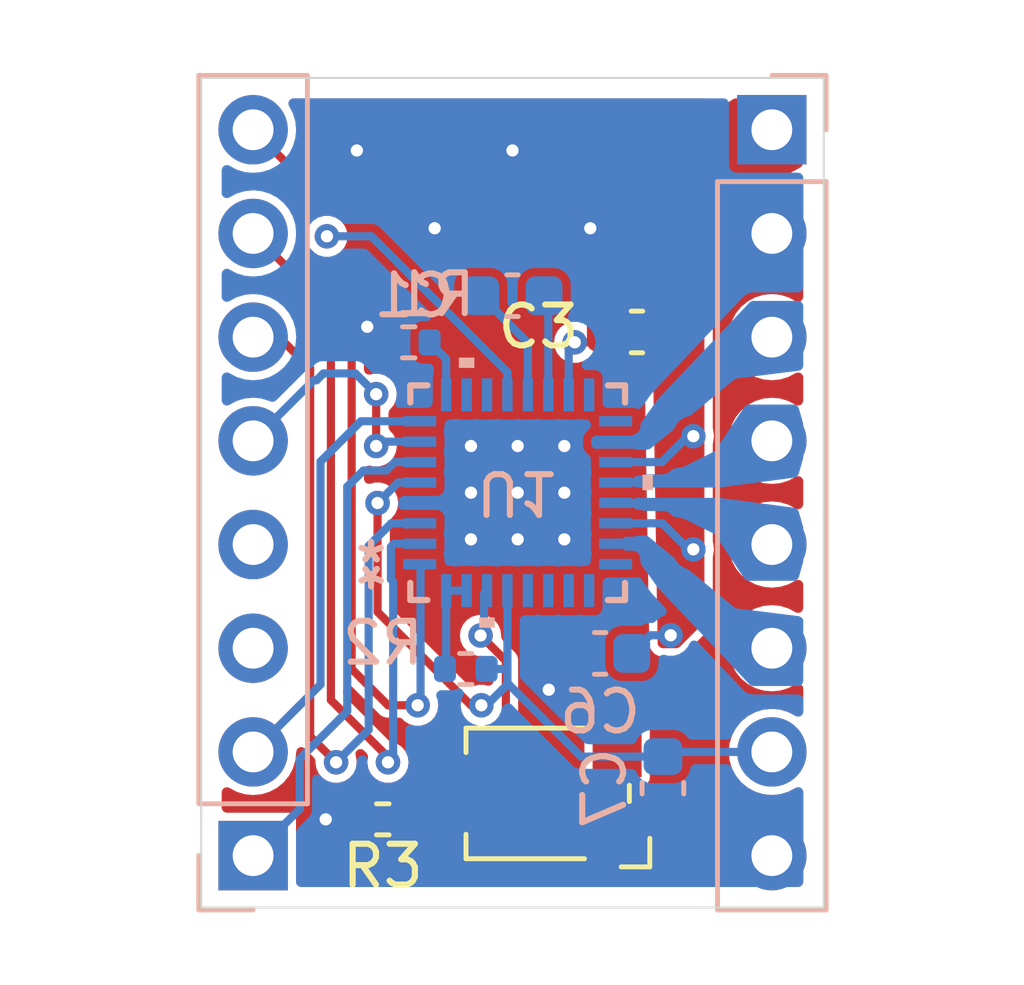
<source format=kicad_pcb>
(kicad_pcb (version 20240108) (generator "pcbnew") (generator_version "8.0")
  (layers (0 "F.Cu" signal) (1 "In1.Cu" signal) (2 "In2.Cu" signal) (31 "B.Cu" signal) (34 "B.Paste" user) (35 "F.Paste" user) (36 "B.SilkS" user "B.Silkscreen") (37 "F.SilkS" user "F.Silkscreen") (38 "B.Mask" user) (39 "F.Mask" user) (44 "Edge.Cuts" user))
  (net 0 "")
  (net 1 "Net-(50k1-Pad3)")
  (net 2 "Net-(U1-REF)")
  (net 3 "Net-(U1-CP1)")
  (net 4 "Net-(U1-CP2)")
  (net 5 "Net-(U1-VCP)")
  (net 6 "GND")
  (net 7 "MODE1")
  (net 8 "EN")
  (net 9 "SLEEP")
  (net 10 "DIR")
  (net 11 "STEP")
  (net 12 "MODE2")
  (net 13 "MODE0")
  (net 18 "M2")
  (net 22 "VDD")
  (net 23 "M3")
  (net 24 "VMOT")
  (net 25 "M1")
  (net 27 "M4")
  (net 29 "hfs_select")
  (net 30 "Net-(U1-DECAY1)")
  (footprint "Potentiometer_SMD:Potentiometer_Bourns_TC33X_Vertical" (layer "F.Cu") (at 145.542 104.648 180)
    (property "Reference" "50k1" (hide yes))
    (property "Value" "rot_pot")
    (fp_line (start 1.9 1.6) (end 1.9 1) (stroke (width 0.12)) (layer "F.SilkS"))
    (fp_line (start 1.9 -1.6) (end 1.9 -1) (stroke (width 0.12)) (layer "F.SilkS"))
    (fp_line (start -1 1.6) (end 1.9 1.6) (stroke (width 0.12)) (layer "F.SilkS"))
    (fp_line (start -1 -1.6) (end 1.9 -1.6) (stroke (width 0.12)) (layer "F.SilkS"))
    (fp_line (start -1.9 -1.8) (end -2.6 -1.8) (stroke (width 0.12)) (layer "F.SilkS"))
    (fp_line (start -2.1 -0.2) (end -2.1 0.2) (stroke (width 0.12)) (layer "F.SilkS"))
    (fp_line (start -2.6 -1.8) (end -2.6 -1.1) (stroke (width 0.12)) (layer "F.SilkS"))
    (pad "1" smd rect (at -1.8 -1 180) (size 1.2 1.2) (layers "F.Cu" "F.Paste" "F.Mask") (net 22 "VDD"))
    (pad "2" smd rect (at 1.45 0 180) (size 1.5 1.6) (layers "F.Cu" "F.Paste" "F.Mask") (net 2 "Net-(U1-REF)"))
    (pad "3" smd rect (at -1.8 1 180) (size 1.2 1.2) (layers "F.Cu" "F.Paste" "F.Mask") (net 1 "Net-(50k1-Pad3)"))
  )
  (footprint "Resistor_SMD:R_0402_1005Metric" (layer "F.Cu") (at 141.605 105.283 180)
    (property "Reference" "R3" (at 0 -1.143 180) (layer "F.SilkS"))
    (property "Value" "12k")
    (fp_line (start -0.153641 0.38) (end 0.153641 0.38) (stroke (width 0.12)) (layer "F.SilkS"))
    (fp_line (start -0.153641 -0.38) (end 0.153641 -0.38) (stroke (width 0.12)) (layer "F.SilkS"))
    (pad "1" smd roundrect (at -0.51 0 180) (size 0.54 0.64) (layers "F.Cu" "F.Paste" "F.Mask") (net 1 "Net-(50k1-Pad3)"))
    (pad "2" smd roundrect (at 0.51 0 180) (size 0.54 0.64) (layers "F.Cu" "F.Paste" "F.Mask") (net 6 "GND"))
  )
  (footprint "Capacitor_SMD:C_0603_1608Metric" (layer "F.Cu") (at 147.828 93.345)
    (property "Reference" "C3" (at -2.413 -0.127 360) (layer "F.SilkS"))
    (property "Value" "1uf")
    (fp_line (start -0.14058 -0.51) (end 0.14058 -0.51) (stroke (width 0.12)) (layer "F.SilkS"))
    (fp_line (start -0.14058 0.51) (end 0.14058 0.51) (stroke (width 0.12)) (layer "F.SilkS"))
    (pad "1" smd roundrect (at -0.775 0) (size 0.9 0.95) (layers "F.Cu" "F.Paste" "F.Mask") (net 5 "Net-(U1-VCP)"))
    (pad "2" smd roundrect (at 0.775 0) (size 0.9 0.95) (layers "F.Cu" "F.Paste" "F.Mask") (net 24 "VMOT"))
  )
  (footprint "Resistor_SMD:R_0402_1005Metric" (layer "B.Cu") (at 142.24 93.599 180)
    (property "Reference" "R1" (at -0.635 1.17 180) (layer "B.SilkS") (effects (justify mirror)))
    (property "Value" "10k")
    (fp_line (start 0.153641 0.38) (end -0.153641 0.38) (stroke (width 0.12)) (layer "B.SilkS"))
    (fp_line (start 0.153641 -0.38) (end -0.153641 -0.38) (stroke (width 0.12)) (layer "B.SilkS"))
    (pad "1" smd roundrect (at -0.51 0 180) (size 0.54 0.64) (layers "B.Cu" "B.Paste" "B.Mask") (net 29 "hfs_select"))
    (pad "2" smd roundrect (at 0.51 0 180) (size 0.54 0.64) (layers "B.Cu" "B.Paste" "B.Mask") (net 6 "GND"))
  )
  (footprint "Connector_PinHeader_2.54mm:PinHeader_1x08_P2.54mm_Vertical" (layer "B.Cu") (at 151.13 88.392 180)
    (property "Reference" "J2" (hide yes))
    (property "Value" "Conn_01x08_pin")
    (fp_line (start 1.33 -1.27) (end -1.33 -1.27) (stroke (width 0.12)) (layer "B.SilkS"))
    (fp_line (start 1.33 -19.11) (end 1.33 -1.27) (stroke (width 0.12)) (layer "B.SilkS"))
    (fp_line (start 1.33 -19.11) (end -1.33 -19.11) (stroke (width 0.12)) (layer "B.SilkS"))
    (fp_line (start 0 1.33) (end -1.33 1.33) (stroke (width 0.12)) (layer "B.SilkS"))
    (fp_line (start -1.33 1.33) (end -1.33 0) (stroke (width 0.12)) (layer "B.SilkS"))
    (fp_line (start -1.33 -19.11) (end -1.33 -1.27) (stroke (width 0.12)) (layer "B.SilkS"))
    (pad "1" thru_hole rect (at 0 0 180) (size 1.7 1.7) (drill 1) (layers "*.Cu" "*.Mask") (net 24 "VMOT"))
    (pad "2" thru_hole oval (at 0 -2.54 180) (size 1.7 1.7) (drill 1) (layers "*.Cu" "*.Mask") (net 6 "GND"))
    (pad "3" thru_hole oval (at 0 -5.08 180) (size 1.7 1.7) (drill 1) (layers "*.Cu" "*.Mask") (net 18 "M2"))
    (pad "4" thru_hole oval (at 0 -7.62 180) (size 1.7 1.7) (drill 1) (layers "*.Cu" "*.Mask") (net 25 "M1"))
    (pad "5" thru_hole oval (at 0 -10.16 180) (size 1.7 1.7) (drill 1) (layers "*.Cu" "*.Mask") (net 23 "M3"))
    (pad "6" thru_hole oval (at 0 -12.7 180) (size 1.7 1.7) (drill 1) (layers "*.Cu" "*.Mask") (net 27 "M4"))
    (pad "7" thru_hole oval (at 0 -15.24 180) (size 1.7 1.7) (drill 1) (layers "*.Cu" "*.Mask") (net 22 "VDD"))
    (pad "8" thru_hole oval (at 0 -17.78 180) (size 1.7 1.7) (drill 1) (layers "*.Cu" "*.Mask") (net 6 "GND"))
  )
  (footprint "max22210ATJ:21-0140_T3255-8C_ADI" (layer "B.Cu") (at 144.907 97.282)
    (property "Reference" "U1" (at 0 0 180) (layer "B.SilkS") (effects (justify mirror)))
    (property "Value" "MAX22210ATJ+")
    (fp_line (start -2.6289 -2.6289) (end -2.6289 -2.210139) (stroke (width 0.1524)) (layer "B.SilkS"))
    (fp_line (start -2.6289 2.210139) (end -2.6289 2.6289) (stroke (width 0.1524)) (layer "B.SilkS"))
    (fp_line (start -2.6289 2.6289) (end -2.210139 2.6289) (stroke (width 0.1524)) (layer "B.SilkS"))
    (fp_line (start -2.210139 -2.6289) (end -2.6289 -2.6289) (stroke (width 0.1524)) (layer "B.SilkS"))
    (fp_line (start 2.210139 2.6289) (end 2.6289 2.6289) (stroke (width 0.1524)) (layer "B.SilkS"))
    (fp_line (start 2.6289 -2.6289) (end 2.210139 -2.6289) (stroke (width 0.1524)) (layer "B.SilkS"))
    (fp_line (start 2.6289 -2.210139) (end 2.6289 -2.6289) (stroke (width 0.1524)) (layer "B.SilkS"))
    (fp_line (start 2.6289 2.6289) (end 2.6289 2.210139) (stroke (width 0.1524)) (layer "B.SilkS"))
    (fp_poly (pts (xy -1.4405 -3.055899) (xy -1.4405 -3.309899) (xy -1.0595 -3.309899) (xy -1.0595 -3.055899)) (fill solid) (layer "B.SilkS"))
    (fp_poly (pts (xy -0.940501 3.055899) (xy -0.940501 3.309899) (xy -0.559501 3.309899) (xy -0.559501 3.055899)) (fill solid) (layer "B.SilkS"))
    (fp_poly (pts (xy 3.309899 -0.059499) (xy 3.309899 -0.4405) (xy 3.055899 -0.4405) (xy 3.055899 -0.059499)) (fill solid) (layer "B.SilkS"))
    (fp_text user "*" (at -3.5893 1.75 180) (layer "B.SilkS") (effects (justify mirror)))
    (fp_text user "*" (at -3.5893 1.75 360) (layer "B.SilkS") (effects (justify mirror)))
    (pad "1" smd rect (at -2.3979 1.749999 270) (size 0.2548 0.807999) (layers "B.Cu" "B.Paste" "B.Mask") (net 8 "EN"))
    (pad "2" smd rect (at -2.3979 1.25 270) (size 0.2548 0.807999) (layers "B.Cu" "B.Paste" "B.Mask") (net 13 "MODE0"))
    (pad "3" smd rect (at -2.3979 0.750001 270) (size 0.2548 0.807999) (layers "B.Cu" "B.Paste" "B.Mask") (net 7 "MODE1"))
    (pad "4" smd rect (at -2.3979 0.25 270) (size 0.2548 0.807999) (layers "B.Cu" "B.Paste" "B.Mask") (net 6 "GND"))
    (pad "5" smd rect (at -2.3979 -0.25 270) (size 0.2548 0.807999) (layers "B.Cu" "B.Paste" "B.Mask") (net 22 "VDD"))
    (pad "6" smd rect (at -2.3979 -0.750001 270) (size 0.2548 0.807999) (layers "B.Cu" "B.Paste" "B.Mask") (net 10 "DIR"))
    (pad "7" smd rect (at -2.3979 -1.25 270) (size 0.2548 0.807999) (layers "B.Cu" "B.Paste" "B.Mask") (net 12 "MODE2"))
    (pad "8" smd rect (at -2.3979 -1.749999 270) (size 0.2548 0.807999) (layers "B.Cu" "B.Paste" "B.Mask") (net 11 "STEP"))
    (pad "9" smd rect (at -1.749999 -2.3979) (size 0.2548 0.807999) (layers "B.Cu" "B.Paste" "B.Mask") (net 29 "hfs_select"))
    (pad "10" smd rect (at -1.25 -2.3979) (size 0.2548 0.807999) (layers "B.Cu" "B.Paste" "B.Mask"))
    (pad "11" smd rect (at -0.750001 -2.3979) (size 0.2548 0.807999) (layers "B.Cu" "B.Paste" "B.Mask"))
    (pad "12" smd rect (at -0.25 -2.3979) (size 0.2548 0.807999) (layers "B.Cu" "B.Paste" "B.Mask") (net 9 "SLEEP"))
    (pad "13" smd rect (at 0.25 -2.3979) (size 0.2548 0.807999) (layers "B.Cu" "B.Paste" "B.Mask") (net 4 "Net-(U1-CP2)"))
    (pad "14" smd rect (at 0.750001 -2.3979) (size 0.2548 0.807999) (layers "B.Cu" "B.Paste" "B.Mask") (net 3 "Net-(U1-CP1)"))
    (pad "15" smd rect (at 1.25 -2.3979) (size 0.2548 0.807999) (layers "B.Cu" "B.Paste" "B.Mask") (net 5 "Net-(U1-VCP)"))
    (pad "16" smd rect (at 1.749999 -2.3979) (size 0.2548 0.807999) (layers "B.Cu" "B.Paste" "B.Mask"))
    (pad "17" smd rect (at 2.3979 -1.749999 270) (size 0.2548 0.807999) (layers "B.Cu" "B.Paste" "B.Mask"))
    (pad "18" smd rect (at 2.3979 -1.25 270) (size 0.2548 0.807999) (layers "B.Cu" "B.Paste" "B.Mask") (net 18 "M2"))
    (pad "19" smd rect (at 2.3979 -0.750001 270) (size 0.2548 0.807999) (layers "B.Cu" "B.Paste" "B.Mask") (net 24 "VMOT"))
    (pad "20" smd rect (at 2.3979 -0.25 270) (size 0.2548 0.807999) (layers "B.Cu" "B.Paste" "B.Mask") (net 25 "M1"))
    (pad "21" smd rect (at 2.3979 0.25 270) (size 0.2548 0.807999) (layers "B.Cu" "B.Paste" "B.Mask") (net 23 "M3"))
    (pad "22" smd rect (at 2.3979 0.750001 270) (size 0.2548 0.807999) (layers "B.Cu" "B.Paste" "B.Mask") (net 24 "VMOT"))
    (pad "23" smd rect (at 2.3979 1.25 270) (size 0.2548 0.807999) (layers "B.Cu" "B.Paste" "B.Mask") (net 27 "M4"))
    (pad "24" smd rect (at 2.3979 1.749999 270) (size 0.2548 0.807999) (layers "B.Cu" "B.Paste" "B.Mask"))
    (pad "25" smd rect (at 1.749999 2.3979) (size 0.2548 0.807999) (layers "B.Cu" "B.Paste" "B.Mask"))
    (pad "26" smd rect (at 1.25 2.3979) (size 0.2548 0.807999) (layers "B.Cu" "B.Paste" "B.Mask"))
    (pad "27" smd rect (at 0.750001 2.3979) (size 0.2548 0.807999) (layers "B.Cu" "B.Paste" "B.Mask"))
    (pad "28" smd rect (at 0.25 2.3979) (size 0.2548 0.807999) (layers "B.Cu" "B.Paste" "B.Mask"))
    (pad "29" smd rect (at -0.25 2.3979) (size 0.2548 0.807999) (layers "B.Cu" "B.Paste" "B.Mask") (net 22 "VDD"))
    (pad "30" smd rect (at -0.750001 2.3979) (size 0.2548 0.807999) (layers "B.Cu" "B.Paste" "B.Mask") (net 2 "Net-(U1-REF)"))
    (pad "31" smd rect (at -1.25 2.3979) (size 0.2548 0.807999) (layers "B.Cu" "B.Paste" "B.Mask") (net 30 "Net-(U1-DECAY1)"))
    (pad "32" smd rect (at -1.749999 2.3979) (size 0.2548 0.807999) (layers "B.Cu" "B.Paste" "B.Mask") (net 30 "Net-(U1-DECAY1)"))
    (pad "33" smd rect (at 0 0) (size 3.2004 3.2004) (layers "B.Cu" "B.Paste" "B.Mask") (net 6 "GND"))
  )
  (footprint "Resistor_SMD:R_0402_1005Metric" (layer "B.Cu") (at 143.637 101.6 180)
    (property "Reference" "R2" (at 2.03 0.635 180) (layer "B.SilkS") (effects (justify mirror)))
    (property "Value" "10k")
    (fp_line (start 0.153641 0.38) (end -0.153641 0.38) (stroke (width 0.12)) (layer "B.SilkS"))
    (fp_line (start 0.153641 -0.38) (end -0.153641 -0.38) (stroke (width 0.12)) (layer "B.SilkS"))
    (pad "1" smd roundrect (at -0.51 0 180) (size 0.54 0.64) (layers "B.Cu" "B.Paste" "B.Mask") (net 22 "VDD"))
    (pad "2" smd roundrect (at 0.51 0 180) (size 0.54 0.64) (layers "B.Cu" "B.Paste" "B.Mask") (net 30 "Net-(U1-DECAY1)"))
  )
  (footprint "Capacitor_SMD:C_0603_1608Metric" (layer "B.Cu") (at 144.78 92.456)
    (property "Reference" "C1" (at -2.4 0 360) (layer "B.SilkS") (effects (justify mirror)))
    (property "Value" "22nF")
    (fp_line (start 0.14058 -0.51) (end -0.14058 -0.51) (stroke (width 0.12)) (layer "B.SilkS"))
    (fp_line (start 0.14058 0.51) (end -0.14058 0.51) (stroke (width 0.12)) (layer "B.SilkS"))
    (pad "1" smd roundrect (at -0.775 0) (size 0.9 0.95) (layers "B.Cu" "B.Paste" "B.Mask") (net 4 "Net-(U1-CP2)"))
    (pad "2" smd roundrect (at 0.775 0) (size 0.9 0.95) (layers "B.Cu" "B.Paste" "B.Mask") (net 3 "Net-(U1-CP1)"))
  )
  (footprint "Connector_PinHeader_2.54mm:PinHeader_1x08_P2.54mm_Vertical" (layer "B.Cu") (at 138.43 106.172)
    (property "Reference" "J1" (hide yes))
    (property "Value" "Conn_01x08_pin")
    (fp_line (start -1.33 -19.11) (end -1.33 -1.27) (stroke (width 0.12)) (layer "B.SilkS"))
    (fp_line (start -1.33 1.33) (end -1.33 0) (stroke (width 0.12)) (layer "B.SilkS"))
    (fp_line (start 0 1.33) (end -1.33 1.33) (stroke (width 0.12)) (layer "B.SilkS"))
    (fp_line (start 1.33 -19.11) (end -1.33 -19.11) (stroke (width 0.12)) (layer "B.SilkS"))
    (fp_line (start 1.33 -19.11) (end 1.33 -1.27) (stroke (width 0.12)) (layer "B.SilkS"))
    (fp_line (start 1.33 -1.27) (end -1.33 -1.27) (stroke (width 0.12)) (layer "B.SilkS"))
    (pad "1" thru_hole rect (at 0 0) (size 1.7 1.7) (drill 1) (layers "*.Cu" "*.Mask") (net 10 "DIR"))
    (pad "2" thru_hole oval (at 0 -2.54) (size 1.7 1.7) (drill 1) (layers "*.Cu" "*.Mask") (net 11 "STEP"))
    (pad "3" thru_hole oval (at 0 -5.08) (size 1.7 1.7) (drill 1) (layers "*.Cu" "*.Mask") (net 9 "SLEEP"))
    (pad "4" thru_hole oval (at 0 -7.62) (size 1.7 1.7) (drill 1) (layers "*.Cu" "*.Mask") (net 9 "SLEEP"))
    (pad "5" thru_hole oval (at 0 -10.16) (size 1.7 1.7) (drill 1) (layers "*.Cu" "*.Mask") (net 12 "MODE2"))
    (pad "6" thru_hole oval (at 0 -12.7) (size 1.7 1.7) (drill 1) (layers "*.Cu" "*.Mask") (net 7 "MODE1"))
    (pad "7" thru_hole oval (at 0 -15.24) (size 1.7 1.7) (drill 1) (layers "*.Cu" "*.Mask") (net 13 "MODE0"))
    (pad "8" thru_hole oval (at 0 -17.78) (size 1.7 1.7) (drill 1) (layers "*.Cu" "*.Mask") (net 8 "EN"))
  )
  (footprint "Capacitor_SMD:C_0603_1608Metric" (layer "B.Cu") (at 146.926 101.219)
    (property "Reference" "C6" (at 0 1.43 360) (layer "B.SilkS") (effects (justify mirror)))
    (property "Value" "1uF")
    (fp_line (start 0.14058 -0.51) (end -0.14058 -0.51) (stroke (width 0.12)) (layer "B.SilkS"))
    (fp_line (start 0.14058 0.51) (end -0.14058 0.51) (stroke (width 0.12)) (layer "B.SilkS"))
    (pad "1" smd roundrect (at -0.775 0) (size 0.9 0.95) (layers "B.Cu" "B.Paste" "B.Mask") (net 6 "GND"))
    (pad "2" smd roundrect (at 0.775 0) (size 0.9 0.95) (layers "B.Cu" "B.Paste" "B.Mask") (net 24 "VMOT"))
  )
  (footprint "Capacitor_SMD:C_0603_1608Metric" (layer "B.Cu") (at 148.463 104.521 -90)
    (property "Reference" "C7" (at 0 1.43 90) (layer "B.SilkS") (effects (justify mirror)))
    (property "Value" "1uf")
    (fp_line (start 0.14058 0.51) (end -0.14058 0.51) (stroke (width 0.12)) (layer "B.SilkS"))
    (fp_line (start 0.14058 -0.51) (end -0.14058 -0.51) (stroke (width 0.12)) (layer "B.SilkS"))
    (pad "1" smd roundrect (at -0.775 0 270) (size 0.9 0.95) (layers "B.Cu" "B.Paste" "B.Mask") (net 22 "VDD"))
    (pad "2" smd roundrect (at 0.775 0 270) (size 0.9 0.95) (layers "B.Cu" "B.Paste" "B.Mask") (net 6 "GND"))
  )
  (gr_rect (start 137.16 87.122) (end 152.4 107.442) (stroke (width 0.05)) (fill none) (layer "Edge.Cuts"))
  (segment (start 145.242 105.748) (end 147.342 103.648) (width 0.2) (layer "F.Cu") (net 1))
  (segment (start 142.58 105.748) (end 145.242 105.748) (width 0.2) (layer "F.Cu") (net 1))
  (segment (start 142.115 105.283) (end 142.58 105.748) (width 0.2) (layer "F.Cu") (net 1))
  (segment (start 144.618 101.399342) (end 144.618 104.122) (width 0.2) (layer "F.Cu") (net 2))
  (segment (start 143.998659 100.780001) (end 144.618 101.399342) (width 0.2) (layer "F.Cu") (net 2))
  (segment (start 144.618 104.122) (end 144.092 104.648) (width 0.2) (layer "F.Cu") (net 2))
  (via (at 143.998659 100.780001) (size 0.6) (drill 0.3) (layers "F.Cu" "B.Cu") (net 2))
  (segment (start 143.998659 100.780001) (end 144.0844 100.69426) (width 0.2) (layer "B.Cu") (net 2))
  (segment (start 144.0844 100.69426) (end 144.0844 99.752499) (width 0.2) (layer "B.Cu") (net 2))
  (segment (start 144.0844 99.752499) (end 144.156999 99.6799) (width 0.2) (layer "B.Cu") (net 2))
  (segment (start 145.657001 92.558001) (end 145.657001 94.8841) (width 0.2) (layer "B.Cu") (net 3))
  (segment (start 145.555 92.456) (end 145.657001 92.558001) (width 0.2) (layer "B.Cu") (net 3))
  (segment (start 145.157 93.608) (end 144.005 92.456) (width 0.2) (layer "B.Cu") (net 4))
  (segment (start 144.005 92.456) (end 143.992 92.469) (width 0.2) (layer "B.Cu") (net 4))
  (segment (start 145.157 94.8841) (end 145.157 93.608) (width 0.2) (layer "B.Cu") (net 4))
  (segment (start 146.304 93.599) (end 146.799 93.599) (width 0.2) (layer "F.Cu") (net 5))
  (segment (start 146.799 93.599) (end 147.053 93.345) (width 0.2) (layer "F.Cu") (net 5))
  (via (at 146.304 93.599) (size 0.6) (drill 0.3) (layers "F.Cu" "B.Cu") (net 5))
  (segment (start 146.157 93.746) (end 146.157 94.8841) (width 0.2) (layer "B.Cu") (net 5))
  (segment (start 146.304 93.599) (end 146.157 93.746) (width 0.2) (layer "B.Cu") (net 5))
  (segment (start 141.095 105.283) (end 140.208 105.283) (width 0.2) (layer "F.Cu") (net 6))
  (via (at 145.669 102.108) (size 0.6) (drill 0.3) (layers "F.Cu" "B.Cu") (net 6))
  (via (at 146.05 96.139) (size 0.6) (drill 0.3) (layers "F.Cu" "B.Cu") (net 6))
  (via (at 146.685 90.805) (size 0.6) (drill 0.3) (layers "F.Cu" "B.Cu") (net 6))
  (via (at 144.78 88.9) (size 0.6) (drill 0.3) (layers "F.Cu" "B.Cu") (net 6))
  (via (at 143.764 97.282) (size 0.6) (drill 0.3) (layers "F.Cu" "B.Cu") (net 6))
  (via (at 143.764 96.139) (size 0.6) (drill 0.3) (layers "F.Cu" "B.Cu") (net 6))
  (via (at 146.05 98.425) (size 0.6) (drill 0.3) (layers "F.Cu" "B.Cu") (net 6))
  (via (at 140.97 88.9) (size 0.6) (drill 0.3) (layers "F.Cu" "B.Cu") (net 6))
  (via (at 146.05 97.282) (size 0.6) (drill 0.3) (layers "F.Cu" "B.Cu") (net 6))
  (via (at 143.764 98.425) (size 0.6) (drill 0.3) (layers "F.Cu" "B.Cu") (net 6))
  (via (at 142.875 90.805) (size 0.6) (drill 0.3) (layers "F.Cu" "B.Cu") (net 6))
  (via (at 144.907 96.139) (size 0.6) (drill 0.3) (layers "F.Cu" "B.Cu") (net 6))
  (via (at 141.224 93.218) (size 0.6) (drill 0.3) (layers "F.Cu" "B.Cu") (net 6))
  (via (at 140.208 105.283) (size 0.6) (drill 0.3) (layers "F.Cu" "B.Cu") (net 6))
  (via (at 144.907 98.425) (size 0.6) (drill 0.3) (layers "F.Cu" "B.Cu") (net 6))
  (via (at 144.907 97.282) (size 0.6) (drill 0.3) (layers "F.Cu" "B.Cu") (net 6))
  (segment (start 145.669 102.108) (end 146.151 101.626) (width 0.2) (layer "B.Cu") (net 6))
  (segment (start 141.224 93.218) (end 141.349 93.218) (width 0.2) (layer "B.Cu") (net 6))
  (segment (start 142.5091 97.532) (end 143.514 97.532) (width 0.2) (layer "B.Cu") (net 6))
  (segment (start 146.151 101.626) (end 146.151 101.219) (width 0.2) (layer "B.Cu") (net 6))
  (segment (start 141.349 93.218) (end 141.73 93.599) (width 0.2) (layer "B.Cu") (net 6))
  (segment (start 143.514 97.532) (end 143.764 97.282) (width 0.2) (layer "B.Cu") (net 6))
  (segment (start 140.462 103.886) (end 139.827 103.251) (width 0.2) (layer "F.Cu") (net 7))
  (segment (start 139.827 103.251) (end 139.827 94.234) (width 0.2) (layer "F.Cu") (net 7))
  (segment (start 139.065 93.472) (end 138.43 93.472) (width 0.2) (layer "F.Cu") (net 7))
  (segment (start 139.827 94.234) (end 139.065 93.472) (width 0.2) (layer "F.Cu") (net 7))
  (via (at 140.462 103.886) (size 0.6) (drill 0.3) (layers "F.Cu" "B.Cu") (net 7))
  (segment (start 141.812013 98.032001) (end 142.5091 98.032001) (width 0.2) (layer "B.Cu") (net 7))
  (segment (start 141.259 98.585014) (end 141.812013 98.032001) (width 0.2) (layer "B.Cu") (net 7))
  (segment (start 141.259 103.089) (end 141.259 98.585014) (width 0.2) (layer "B.Cu") (net 7))
  (segment (start 140.462 103.886) (end 141.259 103.089) (width 0.2) (layer "B.Cu") (net 7))
  (segment (start 142.459 102.489) (end 141.732 102.489) (width 0.2) (layer "F.Cu") (net 8))
  (segment (start 139.58 89.542) (end 138.43 88.392) (width 0.2) (layer "F.Cu") (net 8))
  (segment (start 140.843 93.853) (end 140.208 93.218) (width 0.2) (layer "F.Cu") (net 8))
  (segment (start 141.732 102.489) (end 140.843 101.6) (width 0.2) (layer "F.Cu") (net 8))
  (segment (start 140.843 101.6) (end 140.843 93.853) (width 0.2) (layer "F.Cu") (net 8))
  (segment (start 140.208 91.821) (end 139.58 91.193) (width 0.2) (layer "F.Cu") (net 8))
  (segment (start 139.58 91.193) (end 139.58 89.542) (width 0.2) (layer "F.Cu") (net 8))
  (segment (start 140.208 93.218) (end 140.208 91.821) (width 0.2) (layer "F.Cu") (net 8))
  (via (at 142.459 102.489) (size 0.6) (drill 0.3) (layers "F.Cu" "B.Cu") (net 8))
  (segment (start 142.459 102.489) (end 142.529599 102.418401) (width 0.2) (layer "B.Cu") (net 8))
  (segment (start 142.529599 102.418401) (end 142.529599 99.052498) (width 0.2) (layer "B.Cu") (net 8))
  (segment (start 142.529599 99.052498) (end 142.5091 99.031999) (width 0.2) (layer "B.Cu") (net 8))
  (via (at 140.237265 91.001735) (size 0.6) (drill 0.3) (layers "F.Cu" "B.Cu") (net 9))
  (segment (start 144.657 94.331696) (end 144.657 94.8841) (width 0.2) (layer "B.Cu") (net 9))
  (segment (start 141.327039 91.001735) (end 144.657 94.331696) (width 0.2) (layer "B.Cu") (net 9))
  (segment (start 140.237265 91.001735) (end 141.327039 91.001735) (width 0.2) (layer "B.Cu") (net 9))
  (segment (start 142.5091 96.531999) (end 141.89853 96.531999) (width 0.2) (layer "B.Cu") (net 10))
  (segment (start 141.691529 96.739) (end 141.132 96.739) (width 0.2) (layer "B.Cu") (net 10))
  (segment (start 141.89853 96.531999) (end 141.691529 96.739) (width 0.2) (layer "B.Cu") (net 10))
  (segment (start 139.573 105.029) (end 138.43 106.172) (width 0.2) (layer "B.Cu") (net 10))
  (segment (start 139.573 103.799471) (end 139.573 105.029) (width 0.2) (layer "B.Cu") (net 10))
  (segment (start 141.132 96.739) (end 140.735 97.136) (width 0.2) (layer "B.Cu") (net 10))
  (segment (start 140.735 102.637471) (end 139.573 103.799471) (width 0.2) (layer "B.Cu") (net 10))
  (segment (start 140.735 97.136) (end 140.735 102.637471) (width 0.2) (layer "B.Cu") (net 10))
  (segment (start 140.081 101.981) (end 140.081 96.52) (width 0.2) (layer "B.Cu") (net 11))
  (segment (start 140.081 96.52) (end 141.068999 95.532001) (width 0.2) (layer "B.Cu") (net 11))
  (segment (start 141.068999 95.532001) (end 142.5091 95.532001) (width 0.2) (layer "B.Cu") (net 11))
  (segment (start 138.43 103.632) (end 140.081 101.981) (width 0.2) (layer "B.Cu") (net 11))
  (segment (start 141.443 96.139) (end 141.443 94.869) (width 0.2) (layer "F.Cu") (net 12))
  (via (at 141.443 96.139) (size 0.6) (drill 0.3) (layers "F.Cu" "B.Cu") (net 12))
  (via (at 141.443 94.869) (size 0.6) (drill 0.3) (layers "F.Cu" "B.Cu") (net 12))
  (segment (start 140.151001 94.361) (end 140.935 94.361) (width 0.2) (layer "B.Cu") (net 12))
  (segment (start 139.913528 94.528472) (end 139.983529 94.528472) (width 0.2) (layer "B.Cu") (net 12))
  (segment (start 141.55 96.032) (end 142.5091 96.032) (width 0.2) (layer "B.Cu") (net 12))
  (segment (start 140.935 94.361) (end 141.443 94.869) (width 0.2) (layer "B.Cu") (net 12))
  (segment (start 141.443 96.139) (end 141.55 96.032) (width 0.2) (layer "B.Cu") (net 12))
  (segment (start 139.983529 94.528472) (end 140.151001 94.361) (width 0.2) (layer "B.Cu") (net 12))
  (segment (start 138.43 96.012) (end 139.913528 94.528472) (width 0.2) (layer "B.Cu") (net 12))
  (segment (start 140.335 93.98) (end 139.7 93.345) (width 0.2) (layer "F.Cu") (net 13))
  (segment (start 139.7 92.202) (end 138.43 90.932) (width 0.2) (layer "F.Cu") (net 13))
  (segment (start 141.732 103.759) (end 140.335 102.362) (width 0.2) (layer "F.Cu") (net 13))
  (segment (start 139.7 93.345) (end 139.7 92.202) (width 0.2) (layer "F.Cu") (net 13))
  (segment (start 141.732 103.886) (end 141.732 103.759) (width 0.2) (layer "F.Cu") (net 13))
  (segment (start 140.335 102.362) (end 140.335 93.98) (width 0.2) (layer "F.Cu") (net 13))
  (via (at 141.732 103.886) (size 0.6) (drill 0.3) (layers "F.Cu" "B.Cu") (net 13))
  (segment (start 141.805101 98.604599) (end 141.8777 98.532) (width 0.2) (layer "B.Cu") (net 13))
  (segment (start 141.859 99.459399) (end 141.805101 99.4055) (width 0.2) (layer "B.Cu") (net 13))
  (segment (start 141.8777 98.532) (end 142.5091 98.532) (width 0.2) (layer "B.Cu") (net 13))
  (segment (start 141.805101 99.4055) (end 141.805101 98.604599) (width 0.2) (layer "B.Cu") (net 13))
  (segment (start 141.859 103.759) (end 141.859 99.459399) (width 0.2) (layer "B.Cu") (net 13))
  (segment (start 141.732 103.886) (end 141.859 103.759) (width 0.2) (layer "B.Cu") (net 13))
  (segment (start 147.935 96.032) (end 147.3049 96.032) (width 0.2) (layer "B.Cu") (net 18))
  (segment (start 148.463 95.504) (end 147.935 96.032) (width 0.2) (layer "B.Cu") (net 18))
  (segment (start 143.764 102.489) (end 141.478 100.203) (width 0.2) (layer "F.Cu") (net 22))
  (segment (start 141.478 99.568) (end 141.476872 99.566872) (width 0.2) (layer "F.Cu") (net 22))
  (segment (start 144.018 102.489) (end 143.764 102.489) (width 0.2) (layer "F.Cu") (net 22))
  (segment (start 141.476872 99.566872) (end 141.476872 97.534325) (width 0.2) (layer "F.Cu") (net 22))
  (segment (start 141.478 100.203) (end 141.478 99.568) (width 0.2) (layer "F.Cu") (net 22))
  (via (at 144.018 102.489) (size 0.6) (drill 0.3) (layers "F.Cu" "B.Cu") (net 22))
  (via (at 141.476872 97.534325) (size 0.6) (drill 0.3) (layers "F.Cu" "B.Cu") (net 22))
  (segment (start 144.657 101.6) (end 144.657 101.944529) (width 0.2) (layer "B.Cu") (net 22))
  (segment (start 144.657 101.977) (end 144.657 101.944529) (width 0.2) (layer "B.Cu") (net 22))
  (segment (start 148.577 103.632) (end 148.463 103.746) (width 0.2) (layer "B.Cu") (net 22))
  (segment (start 144.145 102.489) (end 144.657 101.977) (width 0.2) (layer "B.Cu") (net 22))
  (segment (start 142.5091 97.032) (end 141.979197 97.032) (width 0.2) (layer "B.Cu") (net 22))
  (segment (start 148.463 103.746) (end 146.458471 103.746) (width 0.2) (layer "B.Cu") (net 22))
  (segment (start 144.018 102.489) (end 144.145 102.489) (width 0.2) (layer "B.Cu") (net 22))
  (segment (start 151.13 103.632) (end 148.577 103.632) (width 0.2) (layer "B.Cu") (net 22))
  (segment (start 146.458471 103.746) (end 144.657 101.944529) (width 0.2) (layer "B.Cu") (net 22))
  (segment (start 144.657 101.944529) (end 144.657 99.6799) (width 0.2) (layer "B.Cu") (net 22))
  (segment (start 144.147 101.6) (end 144.657 101.6) (width 0.2) (layer "B.Cu") (net 22))
  (segment (start 144.653 99.6839) (end 144.657 99.6799) (width 0.2) (layer "B.Cu") (net 22))
  (segment (start 141.979197 97.032) (end 141.476872 97.534325) (width 0.2) (layer "B.Cu") (net 22))
  (segment (start 148.972811 97.710692) (end 148.794119 97.532) (width 0.2) (layer "B.Cu") (net 23))
  (segment (start 148.794119 97.532) (end 147.3049 97.532) (width 0.2) (layer "B.Cu") (net 23))
  (segment (start 148.6535 100.7745) (end 149.207879 100.220121) (width 0.2) (layer "F.Cu") (net 24))
  (segment (start 149.207879 100.220121) (end 149.207879 98.669414) (width 0.2) (layer "F.Cu") (net 24))
  (via (at 149.207879 95.898592) (size 0.6) (drill 0.3) (layers "F.Cu" "B.Cu") (net 24))
  (via (at 149.207879 98.669414) (size 0.6) (drill 0.3) (layers "F.Cu" "B.Cu") (net 24))
  (via (at 148.6535 100.7745) (size 0.6) (drill 0.3) (layers "F.Cu" "B.Cu") (net 24))
  (segment (start 148.451001 98.032001) (end 147.3049 98.032001) (width 0.2) (layer "B.Cu") (net 24))
  (segment (start 148.1455 100.7745) (end 147.701 101.219) (width 0.2) (layer "B.Cu") (net 24))
  (segment (start 149.207879 95.898592) (end 149.071721 95.898592) (width 0.2) (layer "B.Cu") (net 24))
  (segment (start 148.438314 96.531999) (end 147.3049 96.531999) (width 0.2) (layer "B.Cu") (net 24))
  (segment (start 149.071721 95.898592) (end 148.438314 96.531999) (width 0.2) (layer "B.Cu") (net 24))
  (segment (start 149.207879 98.669414) (end 149.088414 98.669414) (width 0.2) (layer "B.Cu") (net 24))
  (segment (start 148.6535 100.7745) (end 148.1455 100.7745) (width 0.2) (layer "B.Cu") (net 24))
  (segment (start 149.088414 98.669414) (end 148.451001 98.032001) (width 0.2) (layer "B.Cu") (net 24))
  (segment (start 148.994284 96.910978) (end 148.873262 97.032) (width 0.2) (layer "B.Cu") (net 25))
  (segment (start 148.873262 97.032) (end 147.3049 97.032) (width 0.2) (layer "B.Cu") (net 25))
  (segment (start 147.935 98.532) (end 147.3049 98.532) (width 0.2) (layer "B.Cu") (net 27))
  (segment (start 148.463 99.06) (end 147.935 98.532) (width 0.2) (layer "B.Cu") (net 27))
  (segment (start 143.157001 94.006001) (end 142.75 93.599) (width 0.2) (layer "B.Cu") (net 29))
  (segment (start 143.157001 94.8841) (end 143.157001 94.006001) (width 0.2) (layer "B.Cu") (net 29))
  (segment (start 143.127 101.6) (end 143.157001 101.569999) (width 0.2) (layer "B.Cu") (net 30))
  (segment (start 143.657 99.6799) (end 143.157001 99.6799) (width 0.2) (layer "B.Cu") (net 30))
  (segment (start 143.157001 101.569999) (end 143.157001 99.6799) (width 0.2) (layer "B.Cu") (net 30))
  (zone (net 6) (net_name "GND") (layer "F.Cu") (connect_pads yes (clearance 0.1)) (min_thickness 0.25) (fill yes (thermal_gap 0.5) (thermal_bridge_width 0.5) (smoothing fillet))
    (polygon (pts (xy 152.146 87.249) (xy 137.414 87.376) (xy 137.414 107.061) (xy 152.146 107.061)))
  )
  (zone (net 24) (net_name "VMOT") (layer "F.Cu") (priority 3) (connect_pads yes (clearance 0.1)) (min_thickness 0.25) (fill yes (thermal_gap 0.5) (thermal_bridge_width 0.5) (smoothing fillet))
    (polygon (pts (xy 148.209 93.345) (xy 148.971 88.519) (xy 150.368 87.503) (xy 151.892 87.503) (xy 151.892 89.281) (xy 150.495 90.043) (xy 149.479 93.218) (xy 148.971 93.345)))
  )
  (zone (net 24) (net_name "VMOT") (layer "F.Cu") (priority 4) (connect_pads yes (clearance 0.1)) (min_thickness 0.25) (fill yes (thermal_gap 0.5) (thermal_bridge_width 0.5) (smoothing fillet))
    (polygon (pts (xy 148.209 93.472) (xy 149.479 93.218) (xy 149.479 94.742) (xy 149.479 100.457) (xy 148.844 101.092) (xy 148.336 101.092)))
  )
  (zone (net 6) (net_name "GND") (layer "B.Cu") (connect_pads yes (clearance 0.1)) (min_thickness 0.25) (fill yes (thermal_gap 0.5) (thermal_bridge_width 0.5) (smoothing fillet))
    (polygon (pts (xy 137.414 87.376) (xy 152.146 87.249) (xy 152.146 107.061) (xy 137.414 107.061)))
  )
  (zone (net 18) (net_name "M2") (layer "B.Cu") (priority 1) (connect_pads yes (clearance 0.1)) (min_thickness 0.25) (fill yes (thermal_gap 0.5) (thermal_bridge_width 0.5) (smoothing fillet))
    (polygon (pts (xy 145.161 95.885) (xy 145.161 96.266) (xy 148.082 96.266) (xy 150.241 94.488) (xy 152.273 94.234) (xy 152.273 92.583) (xy 150.622 92.583) (xy 148.336 94.996) (xy 147.701 95.885)))
  )
  (zone (net 25) (net_name "M1") (layer "B.Cu") (priority 1) (connect_pads yes (clearance 0.1)) (min_thickness 0.25) (fill yes (thermal_gap 0.5) (thermal_bridge_width 0.5) (smoothing fillet))
    (polygon (pts (xy 147.701 96.901) (xy 147.701 97.155) (xy 149.86 97.155) (xy 151.765 96.901) (xy 152.019 96.012) (xy 151.765 95.123) (xy 150.495 95.123) (xy 149.733 96.266) (xy 148.971 96.647)))
  )
  (zone (net 23) (net_name "M3") (layer "B.Cu") (priority 1) (connect_pads yes (clearance 0.1)) (min_thickness 0.25) (fill yes (thermal_gap 0.5) (thermal_bridge_width 0.5) (smoothing fillet))
    (polygon (pts (xy 147.701 97.663) (xy 147.701 97.409) (xy 149.86 97.409) (xy 151.765 97.663) (xy 152.019 98.552) (xy 151.765 99.441) (xy 150.495 99.441) (xy 149.733 98.298) (xy 148.971 97.917)))
  )
  (zone (net 27) (net_name "M4") (layer "B.Cu") (priority 1) (connect_pads yes (clearance 0.1)) (min_thickness 0.25) (fill yes (thermal_gap 0.5) (thermal_bridge_width 0.5) (smoothing fillet))
    (polygon (pts (xy 147.447 98.715895) (xy 147.447 98.334895) (xy 148.082 98.334895) (xy 150.241 100.112895) (xy 152.273 100.366895) (xy 152.273 102.017895) (xy 150.622 102.017895) (xy 148.336 99.604895) (xy 147.701 98.715895)))
  )
)
</source>
